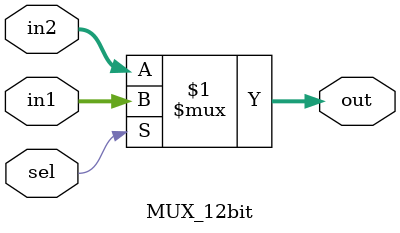
<source format=v>
module MUX_12bit (
    input  wire [11:0] in1, in2,
    input  wire        sel,
    output      [11:0] out
);

assign out = (sel) ? in1 : in2;
    
endmodule
</source>
